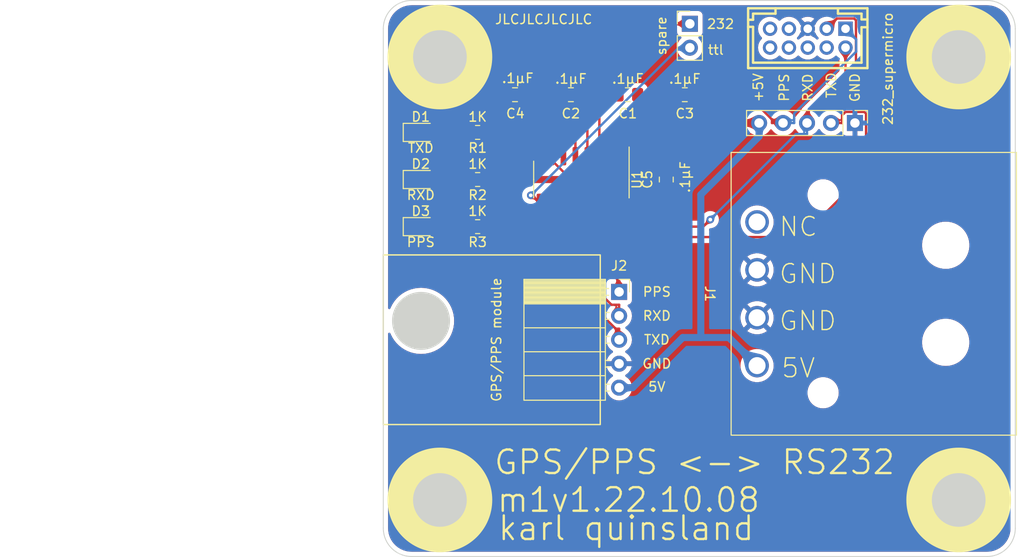
<source format=kicad_pcb>
(kicad_pcb (version 20211014) (generator pcbnew)
  (layers (0 "F.Cu" signal) (31 "B.Cu" signal) (34 "B.Paste" user) (35 "F.Paste" user) (36 "B.SilkS" user "B.Silkscreen") (37 "F.SilkS" user "F.Silkscreen") (38 "B.Mask" user) (39 "F.Mask" user) (44 "Edge.Cuts" user))
  (net 0 "")
  (net 1 "+5V")
  (net 2 "GND")
  (net 3 "ttl_txd")
  (net 4 "Net-(D1-Pad2)")
  (net 5 "ttl_rxd")
  (net 6 "Net-(D2-Pad2)")
  (net 7 "ttl_pps")
  (net 8 "Net-(D3-Pad2)")
  (net 9 "232_pps")
  (net 10 "232_rxd")
  (net 11 "232_txd")
  (net 19 "Net-(C1-Pad1)")
  (net 20 "Net-(C1-Pad2)")
  (net 21 "Net-(C2-Pad1)")
  (net 22 "Net-(C2-Pad2)")
  (net 23 "Net-(C3-Pad2)")
  (net 24 "Net-(C4-Pad1)")
  (net 25 "232_spare")
  (net 26 "ttl_spare")
  (footprint "Misc_connectors:AMP 1-480426-0 (4 pin atx molex)" (layer "F.Cu") (at 103.625 75.125 -90)
    (fp_text reference "J1")
    (fp_text value "TMP: molex")
  )
  (footprint "Resistor_SMD:R_0805_2012Metric_Pad1.20x1.40mm_HandSolder" (layer "F.Cu") (at 74 63 180)
    (fp_text reference "R2")
    (fp_text value "1K")
  )
  (footprint "Package_SO:SOIC-16_3.9x9.9mm_P1.27mm" (layer "F.Cu") (at 85 63 -90)
    (fp_text reference "U1")
    (fp_text value "ST202CDR (MAX3232 clone)" hide)
  )
  (footprint "Capacitor_SMD:C_0805_2012Metric_Pad1.18x1.45mm_HandSolder" (layer "F.Cu") (at 95.9625 54 180)
    (fp_text reference "C3")
    (fp_text value ".1μF")
  )
  (footprint "Resistor_SMD:R_0805_2012Metric_Pad1.20x1.40mm_HandSolder" (layer "F.Cu") (at 74 68 180)
    (fp_text reference "R3")
    (fp_text value "1K")
  )
  (footprint "Connector_PinHeader_2.54mm:PinHeader_1x02_P2.54mm_Vertical" (layer "F.Cu") (at 96.5 46.475)
    (fp_text reference "J5" hide)
    (fp_text value "spare" hide)
  )
  (footprint "LED_SMD:LED_0805_2012Metric_Pad1.15x1.40mm_HandSolder" (layer "F.Cu") (at 67.975 63)
    (fp_text reference "D2")
    (fp_text value "RXD")
  )
  (footprint "LED_SMD:LED_0805_2012Metric_Pad1.15x1.40mm_HandSolder" (layer "F.Cu") (at 67.975 58)
    (fp_text reference "D1")
    (fp_text value "TXD")
  )
  (footprint "Capacitor_SMD:C_0805_2012Metric_Pad1.18x1.45mm_HandSolder" (layer "F.Cu") (at 83.8875 54 180)
    (fp_text reference "C2")
    (fp_text value ".1μF")
  )
  (footprint "LED_SMD:LED_0805_2012Metric_Pad1.15x1.40mm_HandSolder" (layer "F.Cu") (at 67.975 68)
    (fp_text reference "D3")
    (fp_text value "PPS")
  )
  (footprint "Capacitor_SMD:C_0805_2012Metric_Pad1.18x1.45mm_HandSolder" (layer "F.Cu") (at 89.925 54 180)
    (fp_text reference "C1")
    (fp_text value ".1μF")
  )
  (footprint "LCSC.connectors:878311020" (layer "F.Cu") (at 109 48 180)
    (fp_text reference "J3" hide)
    (fp_text value "232_supermicro")
  )
  (footprint "Connector_PinHeader_2.54mm:PinHeader_1x05_P2.54mm_Vertical" (layer "F.Cu") (at 114 57 -90)
    (fp_text reference "J4" hide)
    (fp_text value "232_universal" hide)
  )
  (footprint "Connector_PinSocket_2.54mm:PinSocket_1x05_P2.54mm_Horizontal" (layer "F.Cu") (at 89 74.925)
    (fp_text reference "J2")
    (fp_text value "GPS/PPS module")
  )
  (footprint "Capacitor_SMD:C_0805_2012Metric_Pad1.18x1.45mm_HandSolder" (layer "F.Cu") (at 77.9625 54)
    (fp_text reference "C4")
    (fp_text value ".1μF")
  )
  (footprint "Resistor_SMD:R_0805_2012Metric_Pad1.20x1.40mm_HandSolder" (layer "F.Cu") (at 74 58 180)
    (fp_text reference "R1")
    (fp_text value "1K")
  )
  (footprint "Capacitor_SMD:C_0805_2012Metric_Pad1.18x1.45mm_HandSolder" (layer "F.Cu") (at 94 63 -90)
    (fp_text reference "C5")
    (fp_text value ".1μF")
  )
  (gr_circle (center 70 50) (end 75.5 50) (layer "F.SilkS") (width 0.1) (fill solid))
  (gr_circle (center 125 97) (end 130.5 97) (layer "F.SilkS") (width 0.1) (fill solid))
  (gr_rect (start 64 71) (end 87 89) (layer "F.SilkS") (width 0.15) (fill none))
  (gr_circle (center 125 50) (end 130.5 50) (layer "F.SilkS") (width 0.1) (fill solid))
  (gr_circle (center 70 97) (end 75.5 97) (layer "F.SilkS") (width 0.1) (fill solid))
  (gr_line (start 128 103) (end 67 103) (layer "Edge.Cuts") (width 0.1))
  (gr_arc (start 128 44) (mid 130.12132 44.87868) (end 131 47) (layer "Edge.Cuts") (width 0.1))
  (gr_arc (start 131 100) (mid 130.12132 102.12132) (end 128 103) (layer "Edge.Cuts") (width 0.1))
  (gr_line (start 64 100) (end 64 47) (layer "Edge.Cuts") (width 0.1))
  (gr_circle (center 125 97) (end 127.8 97) (layer "Edge.Cuts") (width 0.1) (fill solid))
  (gr_circle (center 68 78) (end 71 78) (layer "Edge.Cuts") (width 0.15) (fill solid))
  (gr_circle (center 70 50) (end 72.8 50) (layer "Edge.Cuts") (width 0.1) (fill solid))
  (gr_arc (start 67 103) (mid 64.87868 102.12132) (end 64 100) (layer "Edge.Cuts") (width 0.1))
  (gr_line (start 67 44) (end 128 44) (layer "Edge.Cuts") (width 0.1))
  (gr_line (start 131 47) (end 131 100) (layer "Edge.Cuts") (width 0.1))
  (gr_circle (center 70 97) (end 72.8 97) (layer "Edge.Cuts") (width 0.1) (fill solid))
  (gr_arc (start 64 47) (mid 64.87868 44.87868) (end 67 44) (layer "Edge.Cuts") (width 0.1))
  (gr_circle (center 125 50) (end 127.8 50) (layer "Edge.Cuts") (width 0.1) (fill solid))
  (gr_text "spare" (at 93.5 47.75 90) (layer "F.SilkS") (effects (font (size 1 1))))
  (gr_text "RXD" (at 109 53.25 90) (layer "F.SilkS") (effects (font (size 1 1))))
  (gr_text "GND" (at 93 82.544975) (layer "F.SilkS") (effects (font (size 1 1))))
  (gr_text "5V" (at 108 83) (layer "F.SilkS") (effects (font (size 2 2))))
  (gr_text "RXD" (at 93 77.464975) (layer "F.SilkS") (effects (font (size 1 1))))
  (gr_text "NC" (at 108 68) (layer "F.SilkS") (effects (font (size 2 2))))
  (gr_text "GND" (at 109 73) (layer "F.SilkS") (effects (font (size 2 2))))
  (gr_text "GPS/PPS <-> RS232" (at 97 93) (layer "F.SilkS") (effects (font (size 2.5 2.5) (thickness 0.25))))
  (gr_text "PPS\n" (at 93 74.924975) (layer "F.SilkS") (effects (font (size 1 1))))
  (gr_text "TXD" (at 111.5 53 90) (layer "F.SilkS") (effects (font (size 1 1))))
  (gr_text "PPS" (at 106.5 53.25 90) (layer "F.SilkS") (effects (font (size 1 1))))
  (gr_text "TXD" (at 93 79.999975) (layer "F.SilkS") (effects (font (size 1 1))))
  (gr_text "JLCJLCJLCJLC" (at 81 46) (layer "F.SilkS") (effects (font (size 1 1))))
  (gr_text "232" (at 99.75 46.5) (layer "F.SilkS") (effects (font (size 1 1))))
  (gr_text "+5V" (at 103.75 53.25 90) (layer "F.SilkS") (effects (font (size 1 1))))
  (gr_text "GND" (at 114 53.25 90) (layer "F.SilkS") (effects (font (size 1 1))))
  (gr_text "m1v1.22.10.08" (at 90 97) (layer "F.SilkS") (effects (font (size 2.5 2.5) (thickness 0.25))))
  (gr_text "GND" (at 109 78) (layer "F.SilkS") (effects (font (size 2 2))))
  (gr_text "5V" (at 93 85) (layer "F.SilkS") (effects (font (size 1 1))))
  (gr_text "ttl" (at 99.25 49.25) (layer "F.SilkS") (effects (font (size 1 1))))
  (gr_text "karl quinsland" (at 89.75 100) (layer "F.SilkS") (effects (font (size 2.5 2.5) (thickness 0.25))))
  (segment (start 100 57) (end 97 54) (width 0.75) (layer "F.Cu") (net 1))
  (segment (start 98.9625 57) (end 100 57) (width 0.75) (layer "F.Cu") (net 1))
  (segment (start 89.445 63.555) (end 90 63) (width 0.75) (layer "F.Cu") (net 1))
  (segment (start 89.445 65.475) (end 89.445 63.555) (width 0.75) (layer "F.Cu") (net 1))
  (segment (start 94 61.9625) (end 98.9625 57) (width 0.75) (layer "F.Cu") (net 1))
  (segment (start 92.9625 63) (end 90 63) (width 0.75) (layer "F.Cu") (net 1))
  (segment (start 103.84 57) (end 100 57) (width 0.75) (layer "F.Cu") (net 1))
  (segment (start 94 61.9625) (end 92.9625 63) (width 0.75) (layer "F.Cu") (net 1))
  (segment (start 88.8996 63) (end 75 63) (width 0.75) (layer "F.Cu") (net 1))
  (segment (start 75 63) (end 75 68) (width 0.75) (layer "F.Cu") (net 1))
  (segment (start 90 63) (end 89 63) (width 0.75) (layer "F.Cu") (net 1))
  (segment (start 75 58) (end 75 63) (width 0.75) (layer "F.Cu") (net 1))
  (segment (start 95.7446 79.7657) (end 97.6591 79.7657) (width 0.75) (layer "B.Cu") (net 1))
  (segment (start 89 85.085) (end 90.4253 85.085) (width 0.75) (layer "B.Cu") (net 1))
  (segment (start 97.6591 79.7657) (end 100.6457 79.7657) (width 0.75) (layer "B.Cu") (net 1))
  (segment (start 97.6591 79.7657) (end 97.6591 64.6062) (width 0.75) (layer "B.Cu") (net 1))
  (segment (start 100.6457 79.7657) (end 103.625 82.745) (width 0.75) (layer "B.Cu") (net 1))
  (segment (start 97.6591 64.6062) (end 103.84 58.4253) (width 0.75) (layer "B.Cu") (net 1))
  (segment (start 103.84 57) (end 103.84 58.4253) (width 0.75) (layer "B.Cu") (net 1))
  (segment (start 90.4253 85.085) (end 95.7446 79.7657) (width 0.75) (layer "B.Cu") (net 1))
  (segment (start 91.0375 67) (end 94 64.0375) (width 0.25) (layer "F.Cu") (net 2))
  (segment (start 88 65.3) (end 88.175 65.475) (width 0.25) (layer "F.Cu") (net 2))
  (segment (start 88.175 65.475) (end 88.175 65.851751) (width 0.25) (layer "F.Cu") (net 2))
  (segment (start 89.323249 67) (end 91.0375 67) (width 0.25) (layer "F.Cu") (net 2))
  (segment (start 88.175 65.851751) (end 89.323249 67) (width 0.25) (layer "F.Cu") (net 2))
  (segment (start 83.095 69.9464) (end 83.095 65.475) (width 0.25) (layer "F.Cu") (net 3))
  (segment (start 65.5978 68.8852) (end 66.659 69.9464) (width 0.25) (layer "F.Cu") (net 3))
  (segment (start 65.5978 59.3522) (end 65.5978 68.8852) (width 0.25) (layer "F.Cu") (net 3))
  (segment (start 83.095 73.292) (end 83.095 69.9464) (width 0.25) (layer "F.Cu") (net 3))
  (segment (start 88.6327 78.8297) (end 83.095 73.292) (width 0.25) (layer "F.Cu") (net 3))
  (segment (start 89 80.005) (end 89 78.8297) (width 0.25) (layer "F.Cu") (net 3))
  (segment (start 66.659 69.9464) (end 83.095 69.9464) (width 0.25) (layer "F.Cu") (net 3))
  (segment (start 89 78.8297) (end 88.6327 78.8297) (width 0.25) (layer "F.Cu") (net 3))
  (segment (start 66.95 58) (end 65.5978 59.3522) (width 0.25) (layer "F.Cu") (net 3))
  (segment (start 73 58) (end 69 58) (width 0.25) (layer "F.Cu") (net 4))
  (segment (start 66.0484 63.9016) (end 66.95 63) (width 0.25) (layer "F.Cu") (net 5))
  (segment (start 84.365 65.0861) (end 83.4368 64.1579) (width 0.25) (layer "F.Cu") (net 5))
  (segment (start 84.365 72.4627) (end 84.365 65.475) (width 0.25) (layer "F.Cu") (net 5))
  (segment (start 83.4368 64.1579) (end 82.7639 64.1579) (width 0.25) (layer "F.Cu") (net 5))
  (segment (start 82.7639 64.1579) (end 82.46 64.4618) (width 0.25) (layer "F.Cu") (net 5))
  (segment (start 66.8276 69.4768) (end 66.0484 68.6976) (width 0.25) (layer "F.Cu") (net 5))
  (segment (start 89 77.465) (end 89 76.2897) (width 0.25) (layer "F.Cu") (net 5))
  (segment (start 89 76.2897) (end 88.192 76.2897) (width 0.25) (layer "F.Cu") (net 5))
  (segment (start 88.192 76.2897) (end 84.365 72.4627) (width 0.25) (layer "F.Cu") (net 5))
  (segment (start 82.46 64.4618) (end 82.46 66.5574) (width 0.25) (layer "F.Cu") (net 5))
  (segment (start 66.0484 68.6976) (end 66.0484 63.9016) (width 0.25) (layer "F.Cu") (net 5))
  (segment (start 79.5406 69.4768) (end 66.8276 69.4768) (width 0.25) (layer "F.Cu") (net 5))
  (segment (start 84.365 65.475) (end 84.365 65.0861) (width 0.25) (layer "F.Cu") (net 5))
  (segment (start 82.46 66.5574) (end 79.5406 69.4768) (width 0.25) (layer "F.Cu") (net 5))
  (segment (start 69 63) (end 73 63) (width 0.25) (layer "F.Cu") (net 6))
  (segment (start 85 64.4374) (end 84.2701 63.7075) (width 0.25) (layer "F.Cu") (net 7))
  (segment (start 78.7252 69.0264) (end 67.9764 69.0264) (width 0.25) (layer "F.Cu") (net 7))
  (segment (start 81.825 65.475) (end 81.825 65.9266) (width 0.25) (layer "F.Cu") (net 7))
  (segment (start 81.825 64.3922) (end 81.825 65.475) (width 0.25) (layer "F.Cu") (net 7))
  (segment (start 67.9764 69.0264) (end 66.95 68) (width 0.25) (layer "F.Cu") (net 7))
  (segment (start 89 74.925) (end 89 73.7497) (width 0.25) (layer "F.Cu") (net 7))
  (segment (start 81.825 65.9266) (end 78.7252 69.0264) (width 0.25) (layer "F.Cu") (net 7))
  (segment (start 82.5097 63.7075) (end 81.825 64.3922) (width 0.25) (layer "F.Cu") (net 7))
  (segment (start 89 73.7497) (end 85 69.7497) (width 0.25) (layer "F.Cu") (net 7))
  (segment (start 84.2701 63.7075) (end 82.5097 63.7075) (width 0.25) (layer "F.Cu") (net 7))
  (segment (start 85 69.7497) (end 85 64.4374) (width 0.25) (layer "F.Cu") (net 7))
  (segment (start 69 68) (end 73 68) (width 0.25) (layer "F.Cu") (net 8))
  (segment (start 105.2047 56.6327) (end 101.522 52.95) (width 0.25) (layer "F.Cu") (net 9))
  (segment (start 96.0875 56.2306) (end 90.0185 62.2996) (width 0.25) (layer "F.Cu") (net 9))
  (segment (start 106.38 57) (end 105.2047 57) (width 0.25) (layer "F.Cu") (net 9))
  (segment (start 105.2047 57) (end 105.2047 56.6327) (width 0.25) (layer "F.Cu") (net 9))
  (segment (start 81.825 60.9199) (end 81.825 60.525) (width 0.25) (layer "F.Cu") (net 9))
  (segment (start 96.424327 52.95) (end 96.0875 53.286827) (width 0.25) (layer "F.Cu") (net 9))
  (segment (start 90.0185 62.2996) (end 83.2047 62.2996) (width 0.25) (layer "F.Cu") (net 9))
  (segment (start 101.522 52.95) (end 96.424327 52.95) (width 0.25) (layer "F.Cu") (net 9))
  (segment (start 83.2047 62.2996) (end 81.825 60.9199) (width 0.25) (layer "F.Cu") (net 9))
  (segment (start 96.0875 53.286827) (end 96.0875 56.2306) (width 0.25) (layer "F.Cu") (net 9))
  (segment (start 107.5553 57) (end 107.5553 56.0016) (width 0.25) (layer "B.Cu") (net 9))
  (segment (start 107.5553 56.0016) (end 114.1291 49.4278) (width 0.25) (layer "B.Cu") (net 9))
  (segment (start 114.1291 48.1291) (end 113 47) (width 0.25) (layer "B.Cu") (net 9))
  (segment (start 106.38 57) (end 107.5553 57) (width 0.25) (layer "B.Cu") (net 9))
  (segment (start 114.1291 49.4278) (end 114.1291 48.1291) (width 0.25) (layer "B.Cu") (net 9))
  (segment (start 97.92 68) (end 98.6661 67.2539) (width 0.25) (layer "F.Cu") (net 10))
  (segment (start 108.92 55.8247) (end 113 51.7447) (width 0.25) (layer "F.Cu") (net 10))
  (segment (start 86.905 66.240652) (end 88.664348 68) (width 0.25) (layer "F.Cu") (net 10))
  (segment (start 108.92 57) (end 108.92 55.8247) (width 0.25) (layer "F.Cu") (net 10))
  (segment (start 88.664348 68) (end 97.92 68) (width 0.25) (layer "F.Cu") (net 10))
  (segment (start 86.905 65.475) (end 86.905 66.240652) (width 0.25) (layer "F.Cu") (net 10))
  (segment (start 113 51.7447) (end 113 49) (width 0.25) (layer "F.Cu") (net 10))
  (via (at 98.6661 67.2539) (size 0.8) (drill 0.4) (layers "F.Cu" "B.Cu") (net 10))
  (segment (start 108.92 58.1753) (end 107.7447 58.1753) (width 0.25) (layer "B.Cu") (net 10))
  (segment (start 107.7447 58.1753) (end 98.6661 67.2539) (width 0.25) (layer "B.Cu") (net 10))
  (segment (start 108.92 57) (end 108.92 58.1753) (width 0.25) (layer "B.Cu") (net 10))
  (segment (start 113.9178 45.9126) (end 112.0874 45.9126) (width 0.25) (layer "F.Cu") (net 11))
  (segment (start 111.46 57) (end 112.6353 57) (width 0.25) (layer "F.Cu") (net 11))
  (segment (start 85.635 65.9427) (end 85.635 65.475) (width 0.25) (layer "F.Cu") (net 11))
  (segment (start 114.1091 46.1039) (end 113.9178 45.9126) (width 0.25) (layer "F.Cu") (net 11))
  (segment (start 115.1789 62.2403) (end 108.3125 69.1067) (width 0.25) (layer "F.Cu") (net 11))
  (segment (start 88.799 69.1067) (end 85.635 65.9427) (width 0.25) (layer "F.Cu") (net 11))
  (segment (start 114.1091 55.8246) (end 114.1091 46.1039) (width 0.25) (layer "F.Cu") (net 11))
  (segment (start 115.1789 56.0097) (end 115.1789 62.2403) (width 0.25) (layer "F.Cu") (net 11))
  (segment (start 114.9938 55.8246) (end 115.1789 56.0097) (width 0.25) (layer "F.Cu") (net 11))
  (segment (start 108.3125 69.1067) (end 88.799 69.1067) (width 0.25) (layer "F.Cu") (net 11))
  (segment (start 113.0027 55.8246) (end 114.1091 55.8246) (width 0.25) (layer "F.Cu") (net 11))
  (segment (start 114.1091 55.8246) (end 114.9938 55.8246) (width 0.25) (layer "F.Cu") (net 11))
  (segment (start 112.0874 45.9126) (end 111 47) (width 0.25) (layer "F.Cu") (net 11))
  (segment (start 112.6353 57) (end 112.6353 56.192) (width 0.25) (layer "F.Cu") (net 11))
  (segment (start 112.6353 56.192) (end 113.0027 55.8246) (width 0.25) (layer "F.Cu") (net 11))
  (segment (start 90.9625 59.0075) (end 89.445 60.525) (width 0.25) (layer "F.Cu") (net 19))
  (segment (start 90.9625 54) (end 90.9625 59.0075) (width 0.25) (layer "F.Cu") (net 19))
  (segment (start 86.905 55.9825) (end 86.905 60.525) (width 0.25) (layer "F.Cu") (net 20))
  (segment (start 88.8875 54) (end 86.905 55.9825) (width 0.25) (layer "F.Cu") (net 20))
  (segment (start 85.635 54.71) (end 85.635 60.525) (width 0.25) (layer "F.Cu") (net 21))
  (segment (start 84.925 54) (end 85.635 54.71) (width 0.25) (layer "F.Cu") (net 21))
  (segment (start 82.85 54) (end 84.365 55.515) (width 0.25) (layer "F.Cu") (net 22))
  (segment (start 84.365 55.515) (end 84.365 60.525) (width 0.25) (layer "F.Cu") (net 22))
  (segment (start 94.925 54) (end 94.925 56.7533) (width 0.25) (layer "F.Cu") (net 23))
  (segment (start 89.8395 61.8388) (end 89.0441 61.8388) (width 0.25) (layer "F.Cu") (net 23))
  (segment (start 88.175 60.9697) (end 88.175 60.525) (width 0.25) (layer "F.Cu") (net 23))
  (segment (start 94.925 56.7533) (end 89.8395 61.8388) (width 0.25) (layer "F.Cu") (net 23))
  (segment (start 89.0441 61.8388) (end 88.175 60.9697) (width 0.25) (layer "F.Cu") (net 23))
  (segment (start 76.925 54) (end 76.9508 54) (width 0.25) (layer "F.Cu") (net 24))
  (segment (start 83.095 60.1442) (end 83.095 60.525) (width 0.25) (layer "F.Cu") (net 24))
  (segment (start 76.9508 54) (end 83.095 60.1442) (width 0.25) (layer "F.Cu") (net 24))
  (segment (start 96.5 46.475) (end 82.7572 46.475) (width 0.25) (layer "F.Cu") (net 25))
  (segment (start 76.0054 55.9754) (end 80.555 60.525) (width 0.25) (layer "F.Cu") (net 25))
  (segment (start 76.0054 53.2268) (end 76.0054 55.9754) (width 0.25) (layer "F.Cu") (net 25))
  (segment (start 82.7572 46.475) (end 76.0054 53.2268) (width 0.25) (layer "F.Cu") (net 25))
  (segment (start 79.6288 64.675) (end 79.755 64.675) (width 0.25) (layer "F.Cu") (net 26))
  (segment (start 79.755 64.675) (end 80.555 65.475) (width 0.25) (layer "F.Cu") (net 26))
  (via (at 79.6288 64.675) (size 0.8) (drill 0.4) (layers "F.Cu" "B.Cu") (net 26))
  (segment (start 79.6647 64.675) (end 79.6288 64.675) (width 0.25) (layer "B.Cu") (net 26))
  (segment (start 96.5 49.015) (end 95.3247 49.015) (width 0.25) (layer "B.Cu") (net 26))
  (segment (start 95.3247 49.015) (end 79.6647 64.675) (width 0.25) (layer "B.Cu") (net 26))
  (zone (net 5) (net_name "ttl_rxd") (layer "F.Cu") (priority 16962) (connect_pads yes (clearance 0)) (min_thickness 0.0254) (fill yes (thermal_gap 0.508) (thermal_bridge_width 0.508))
    (polygon (pts (xy 84.127342 65.025219) (xy 84.155547 65.058471) (xy 84.17307 65.090452) (xy 84.181294 65.121524) (xy 84.181608 65.152054) (xy 84.175397 65.182405) (xy 84.164048 65.212941) (xy 84.148947 65.244028) (xy 84.131481 65.276029) (xy 84.113037 65.30931) (xy 84.095 65.344234) (xy 84.365 65.625) (xy 84.577132 65.262868) (xy 84.538897 65.220674) (xy 84.509756 65.180785) (xy 84.48721 65.142401) (xy 84.468759 65.104718) (xy 84.451904 65.066934) (xy 84.434148 65.028248) (xy 84.41299 64.987858) (xy 84.385931 64.944961) (xy 84.350474 64.898757) (xy 84.304119 64.848442)))
  )
  (zone (net 11) (net_name "232_txd") (layer "F.Cu") (priority 16962) (connect_pads yes (clearance 0)) (min_thickness 0.0254) (fill yes (thermal_gap 0.508) (thermal_bridge_width 0.508))
    (polygon (pts (xy 85.816938 65.947861) (xy 85.787332 65.911489) (xy 85.772014 65.876968) (xy 85.768825 65.843784) (xy 85.77561 65.811422) (xy 85.790213 65.77937) (xy 85.810476 65.747113) (xy 85.834242 65.714138) (xy 85.859356 65.679931) (xy 85.883661 65.643978) (xy 85.905 65.605766) (xy 85.635 65.325) (xy 85.422868 65.687132) (xy 85.459062 65.729492) (xy 85.483837 65.771003) (xy 85.500269 65.812099) (xy 85.511434 65.853213) (xy 85.520411 65.894782) (xy 85.530276 65.937238) (xy 85.544107 65.981018) (xy 85.564979 66.026554) (xy 85.595972 66.074283) (xy 85.640161 66.124638)))
  )
  (zone (net 11) (net_name "232_txd") (layer "F.Cu") (priority 16962) (connect_pads yes (clearance 0)) (min_thickness 0.0254) (fill yes (thermal_gap 0.508) (thermal_bridge_width 0.508))
    (polygon (pts (xy 111.987829 45.835395) (xy 111.854926 45.955727) (xy 111.733012 46.041994) (xy 111.618726 46.100649) (xy 111.508706 46.138144) (xy 111.399591 46.160936) (xy 111.288019 46.175476) (xy 111.170629 46.188219) (xy 111.04406 46.20562) (xy 110.90495 46.234131) (xy 110.749939 46.280207) (xy 110.730624 47.269414) (xy 111.71983 47.250053) (xy 111.765898 47.095041) (xy 111.794402 46.955931) (xy 111.811798 46.829362) (xy 111.824537 46.711973) (xy 111.839074 46.600401) (xy 111.861863 46.491287) (xy 111.899356 46.381268) (xy 111.958009 46.266983) (xy 112.044274 46.145071) (xy 112.164605 46.012171)))
  )
  (zone (net 10) (net_name "232_rxd") (layer "F.Cu") (priority 16962) (connect_pads yes (clearance 0)) (min_thickness 0.0254) (fill yes (thermal_gap 0.508) (thermal_bridge_width 0.508))
    (polygon (pts (xy 98.195875 67.900902) (xy 98.26215 67.839246) (xy 98.322362 67.792315) (xy 98.378275 67.757483) (xy 98.43165 67.732122) (xy 98.484253 67.713606) (xy 98.537845 67.699307) (xy 98.594189 67.686599) (xy 98.655049 67.672853) (xy 98.722188 67.655445) (xy 98.79737 67.631746) (xy 98.807521 67.112479) (xy 98.288254 67.12263) (xy 98.264554 67.197811) (xy 98.247146 67.26495) (xy 98.2334 67.32581) (xy 98.220692 67.382154) (xy 98.206393 67.435746) (xy 98.187877 67.488349) (xy 98.162516 67.541724) (xy 98.127684 67.597637) (xy 98.080753 67.657849) (xy 98.019098 67.724125)))
  )
  (zone (net 4) (net_name "Net-(D1-Pad2)") (layer "F.Cu") (priority 16962) (connect_pads yes (clearance 0)) (min_thickness 0.0254) (fill yes (thermal_gap 0.508) (thermal_bridge_width 0.508))
    (polygon (pts (xy 71.81 58.125) (xy 71.948766 58.131391) (xy 72.063438 58.149569) (xy 72.159226 58.17804) (xy 72.241337 58.215308) (xy 72.31498 58.259881) (xy 72.385363 58.310263) (xy 72.457694 58.36496) (xy 72.537183 58.422478) (xy 72.629038 58.481323) (xy 72.738467 58.54) (xy 73.3 58) (xy 72.738467 57.46) (xy 72.629038 57.518676) (xy 72.537183 57.577521) (xy 72.457694 57.635039) (xy 72.385363 57.689736) (xy 72.31498 57.740118) (xy 72.241337 57.784691) (xy 72.159226 57.821959) (xy 72.063438 57.85043) (xy 71.948766 57.868608) (xy 71.81 57.875)))
  )
  (zone (net 21) (net_name "Net-(C2-Pad1)") (layer "F.Cu") (priority 16962) (connect_pads yes (clearance 0)) (min_thickness 0.0254) (fill yes (thermal_gap 0.508) (thermal_bridge_width 0.508))
    (polygon (pts (xy 85.76 54.883408) (xy 85.753069 54.758017) (xy 85.734259 54.65383) (xy 85.706539 54.565983) (xy 85.672879 54.489612) (xy 85.636249 54.419852) (xy 85.599619 54.351841) (xy 85.565959 54.280714) (xy 85.538239 54.201607) (xy 85.519429 54.109657) (xy 85.512499 54) (xy 84.717288 53.792288) (xy 84.732197 54.554962) (xy 84.838568 54.582149) (xy 84.946765 54.595035) (xy 85.053722 54.599454) (xy 85.15637 54.601241) (xy 85.251642 54.60623) (xy 85.336471 54.620255) (xy 85.407788 54.649152) (xy 85.462527 54.698753) (xy 85.49762 54.774893) (xy 85.51 54.883408)))
  )
  (zone (net 11) (net_name "232_txd") (layer "F.Cu") (priority 16962) (connect_pads yes (clearance 0)) (min_thickness 0.0254) (fill yes (thermal_gap 0.508) (thermal_bridge_width 0.508))
    (polygon (pts (xy 112.5103 56.4753) (xy 112.498999 56.55992) (xy 112.467097 56.60206) (xy 112.417597 56.608596) (xy 112.3535 56.586404) (xy 112.277809 56.542359) (xy 112.193525 56.483338) (xy 112.103651 56.416215) (xy 112.011188 56.347867) (xy 111.919139 56.28517) (xy 111.830506 56.235) (xy 111.035 57) (xy 112.31 57) (xy 112.322608 56.920482) (xy 112.356831 56.861429) (xy 112.407264 56.817418) (xy 112.468505 56.783032) (xy 112.53515 56.752849) (xy 112.601794 56.72145) (xy 112.663035 56.683416) (xy 112.713468 56.633326) (xy 112.747691 56.56576) (xy 112.7603 56.4753)))
  )
  (zone (net 1) (net_name "+5V") (layer "F.Cu") (priority 16962) (connect_pads yes (clearance 0)) (min_thickness 0.0254) (fill yes (thermal_gap 0.508) (thermal_bridge_width 0.508))
    (polygon (pts (xy 76.19 62.625) (xy 76.057828 62.624449) (xy 75.942255 62.622308) (xy 75.840332 62.617845) (xy 75.749112 62.610326) (xy 75.665649 62.599019) (xy 75.586995 62.58319) (xy 75.510203 62.562106) (xy 75.432327 62.535035) (xy 75.350419 62.501244) (xy 75.261533 62.46) (xy 74.7 63) (xy 75.261533 63.54) (xy 75.350419 63.498755) (xy 75.432327 63.464964) (xy 75.510203 63.437893) (xy 75.586995 63.416809) (xy 75.665649 63.40098) (xy 75.749112 63.389673) (xy 75.840332 63.382154) (xy 75.942255 63.377691) (xy 76.057828 63.37555) (xy 76.19 63.375)))
  )
  (zone (net 23) (net_name "Net-(C3-Pad2)") (layer "F.Cu") (priority 16962) (connect_pads yes (clearance 0)) (min_thickness 0.0254) (fill yes (thermal_gap 0.508) (thermal_bridge_width 0.508))
    (polygon (pts (xy 95.05 55.1675) (xy 95.056184 55.031437) (xy 95.073782 54.918912) (xy 95.101364 54.824842) (xy 95.137498 54.744144) (xy 95.180752 54.671733) (xy 95.229697 54.602527) (xy 95.2829 54.531443) (xy 95.338931 54.453396) (xy 95.396357 54.363305) (xy 95.45375 54.256085) (xy 94.925 53.70625) (xy 94.39625 54.256085) (xy 94.453642 54.363305) (xy 94.511068 54.453396) (xy 94.567099 54.531443) (xy 94.620302 54.602527) (xy 94.669247 54.671733) (xy 94.712501 54.744144) (xy 94.748635 54.824842) (xy 94.776217 54.918912) (xy 94.793815 55.031437) (xy 94.8 55.1675)))
  )
  (zone (net 8) (net_name "Net-(D3-Pad2)") (layer "F.Cu") (priority 16962) (connect_pads yes (clearance 0)) (min_thickness 0.0254) (fill yes (thermal_gap 0.508) (thermal_bridge_width 0.508))
    (polygon (pts (xy 71.81 68.125) (xy 71.948766 68.131391) (xy 72.063438 68.149569) (xy 72.159226 68.17804) (xy 72.241337 68.215308) (xy 72.31498 68.259881) (xy 72.385363 68.310263) (xy 72.457694 68.36496) (xy 72.537183 68.422478) (xy 72.629038 68.481323) (xy 72.738467 68.54) (xy 73.3 68) (xy 72.738467 67.46) (xy 72.629038 67.518676) (xy 72.537183 67.577521) (xy 72.457694 67.635039) (xy 72.385363 67.689736) (xy 72.31498 67.740118) (xy 72.241337 67.784691) (xy 72.159226 67.821959) (xy 72.063438 67.85043) (xy 71.948766 67.868608) (xy 71.81 67.875)))
  )
  (zone (net 23) (net_name "Net-(C3-Pad2)") (layer "F.Cu") (priority 16962) (connect_pads yes (clearance 0)) (min_thickness 0.0254) (fill yes (thermal_gap 0.508) (thermal_bridge_width 0.508))
    (polygon (pts (xy 88.373202 60.991125) (xy 88.344075 60.955722) (xy 88.328161 60.921962) (xy 88.323532 60.889382) (xy 88.328256 60.857524) (xy 88.340406 60.825928) (xy 88.358051 60.794132) (xy 88.379262 60.761679) (xy 88.40211 60.728106) (xy 88.424666 60.692955) (xy 88.445 60.655766) (xy 88.175 60.375) (xy 87.962868 60.737132) (xy 87.999611 60.779397) (xy 88.025648 60.820422) (xy 88.043876 60.860738) (xy 88.057197 60.90088) (xy 88.068509 60.941379) (xy 88.080712 60.98277) (xy 88.096705 61.025584) (xy 88.119389 61.070356) (xy 88.151662 61.117617) (xy 88.196425 61.167902)))
  )
  (zone (net 7) (net_name "ttl_pps") (layer "F.Cu") (priority 16962) (connect_pads yes (clearance 0)) (min_thickness 0.0254) (fill yes (thermal_gap 0.508) (thermal_bridge_width 0.508))
    (polygon (pts (xy 67.848024 68.721248) (xy 67.75795 68.622721) (xy 67.691936 68.532638) (xy 67.645507 68.448461) (xy 67.614191 68.367649) (xy 67.593515 68.287665) (xy 67.579004 68.205969) (xy 67.566186 68.120024) (xy 67.550587 68.027289) (xy 67.527734 67.925227) (xy 67.493154 67.8113) (xy 66.746707 67.796707) (xy 66.7613 68.543154) (xy 66.875227 68.577734) (xy 66.977289 68.600587) (xy 67.070024 68.616186) (xy 67.155969 68.629004) (xy 67.237665 68.643515) (xy 67.317649 68.664191) (xy 67.398461 68.695507) (xy 67.482638 68.741936) (xy 67.572721 68.80795) (xy 67.671248 68.898024)))
  )
  (zone (net 22) (net_name "Net-(C2-Pad2)") (layer "F.Cu") (priority 16962) (connect_pads yes (clearance 0)) (min_thickness 0.0254) (fill yes (thermal_gap 0.508) (thermal_bridge_width 0.508))
    (polygon (pts (xy 84.24 59.935) (xy 84.238288 60.001522) (xy 84.233268 60.057986) (xy 84.225116 60.106446) (xy 84.214005 60.148958) (xy 84.200111 60.187578) (xy 84.183608 60.22436) (xy 84.164671 60.261362) (xy 84.143474 60.300638) (xy 84.120192 60.344243) (xy 84.095 60.394234) (xy 84.365 60.675) (xy 84.635 60.394234) (xy 84.609807 60.344243) (xy 84.586525 60.300638) (xy 84.565328 60.261362) (xy 84.546391 60.22436) (xy 84.529888 60.187578) (xy 84.515994 60.148958) (xy 84.504883 60.106446) (xy 84.496731 60.057986) (xy 84.491711 60.001522) (xy 84.49 59.935)))
  )
  (zone (net 8) (net_name "Net-(D3-Pad2)") (layer "F.Cu") (priority 16962) (connect_pads yes (clearance 0)) (min_thickness 0.0254) (fill yes (thermal_gap 0.508) (thermal_bridge_width 0.508))
    (polygon (pts (xy 70.145 67.875) (xy 70.011639 67.869023) (xy 69.901261 67.852004) (xy 69.808909 67.825311) (xy 69.729622 67.790312) (xy 69.658444 67.748375) (xy 69.590416 67.700868) (xy 69.520579 67.649159) (xy 69.443976 67.594616) (xy 69.355647 67.538607) (xy 69.250636 67.4825) (xy 68.7125 68) (xy 69.250636 68.5175) (xy 69.355647 68.461392) (xy 69.443976 68.405383) (xy 69.520579 68.35084) (xy 69.590416 68.299131) (xy 69.658444 68.251624) (xy 69.729622 68.209687) (xy 69.808909 68.174688) (xy 69.901261 68.147995) (xy 70.011639 68.130976) (xy 70.145 68.125)))
  )
  (zone (net 21) (net_name "Net-(C2-Pad1)") (layer "F.Cu") (priority 16962) (connect_pads yes (clearance 0)) (min_thickness 0.0254) (fill yes (thermal_gap 0.508) (thermal_bridge_width 0.508))
    (polygon (pts (xy 85.51 59.935) (xy 85.508288 60.001522) (xy 85.503268 60.057986) (xy 85.495116 60.106446) (xy 85.484005 60.148958) (xy 85.470111 60.187578) (xy 85.453608 60.22436) (xy 85.434671 60.261362) (xy 85.413474 60.300638) (xy 85.390192 60.344243) (xy 85.365 60.394234) (xy 85.635 60.675) (xy 85.905 60.394234) (xy 85.879807 60.344243) (xy 85.856525 60.300638) (xy 85.835328 60.261362) (xy 85.816391 60.22436) (xy 85.799888 60.187578) (xy 85.785994 60.148958) (xy 85.774883 60.106446) (xy 85.766731 60.057986) (xy 85.761711 60.001522) (xy 85.76 59.935)))
  )
  (zone (net 3) (net_name "ttl_txd") (layer "F.Cu") (priority 16962) (connect_pads yes (clearance 0)) (min_thickness 0.0254) (fill yes (thermal_gap 0.508) (thermal_bridge_width 0.508))
    (polygon (pts (xy 88.433014 78.80679) (xy 88.505008 78.893955) (xy 88.543683 78.975959) (xy 88.553884 79.054372) (xy 88.540456 79.130762) (xy 88.508244 79.206699) (xy 88.462093 79.283751) (xy 88.406848 79.363487) (xy 88.347354 79.447477) (xy 88.288456 79.537289) (xy 88.235 79.634494) (xy 89 80.43) (xy 89.60104 79.40396) (xy 89.489912 79.298916) (xy 89.389914 79.215433) (xy 89.297872 79.147729) (xy 89.210613 79.090024) (xy 89.124963 79.036535) (xy 89.03775 78.981483) (xy 88.945799 78.919085) (xy 88.845937 78.843562) (xy 88.734992 78.749132) (xy 88.60979 78.630014)))
  )
  (zone (net 20) (net_name "Net-(C1-Pad2)") (layer "F.Cu") (priority 16962) (connect_pads yes (clearance 0)) (min_thickness 0.0254) (fill yes (thermal_gap 0.508) (thermal_bridge_width 0.508))
    (polygon (pts (xy 86.78 59.935) (xy 86.778288 60.001522) (xy 86.773268 60.057986) (xy 86.765116 60.106446) (xy 86.754005 60.148958) (xy 86.740111 60.187578) (xy 86.723608 60.22436) (xy 86.704671 60.261362) (xy 86.683474 60.300638) (xy 86.660192 60.344243) (xy 86.635 60.394234) (xy 86.905 60.675) (xy 87.175 60.394234) (xy 87.149807 60.344243) (xy 87.126525 60.300638) (xy 87.105328 60.261362) (xy 87.086391 60.22436) (xy 87.069888 60.187578) (xy 87.055994 60.148958) (xy 87.044883 60.106446) (xy 87.036731 60.057986) (xy 87.031711 60.001522) (xy 87.03 59.935)))
  )
  (zone (net 5) (net_name "ttl_rxd") (layer "F.Cu") (priority 16962) (connect_pads yes (clearance 0)) (min_thickness 0.0254) (fill yes (thermal_gap 0.508) (thermal_bridge_width 0.508))
    (polygon (pts (xy 84.49 66.065) (xy 84.491711 65.998477) (xy 84.496731 65.942013) (xy 84.504883 65.893553) (xy 84.515994 65.851041) (xy 84.529888 65.812421) (xy 84.546391 65.775639) (xy 84.565328 65.738637) (xy 84.586525 65.699361) (xy 84.609807 65.655756) (xy 84.635 65.605766) (xy 84.365 65.325) (xy 84.095 65.605766) (xy 84.120192 65.655756) (xy 84.143474 65.699361) (xy 84.164671 65.738637) (xy 84.183608 65.775639) (xy 84.200111 65.812421) (xy 84.214005 65.851041) (xy 84.225116 65.893553) (xy 84.233268 65.942013) (xy 84.238288 65.998477) (xy 84.24 66.065)))
  )
  (zone (net 6) (net_name "Net-(D2-Pad2)") (layer "F.Cu") (priority 16962) (connect_pads yes (clearance 0)) (min_thickness 0.0254) (fill yes (thermal_gap 0.508) (thermal_bridge_width 0.508))
    (polygon (pts (xy 70.145 62.875) (xy 70.011639 62.869023) (xy 69.901261 62.852004) (xy 69.808909 62.825311) (xy 69.729622 62.790312) (xy 69.658444 62.748375) (xy 69.590416 62.700868) (xy 69.520579 62.649159) (xy 69.443976 62.594616) (xy 69.355647 62.538607) (xy 69.250636 62.4825) (xy 68.7125 63) (xy 69.250636 63.5175) (xy 69.355647 63.461392) (xy 69.443976 63.405383) (xy 69.520579 63.35084) (xy 69.590416 63.299131) (xy 69.658444 63.251624) (xy 69.729622 63.209687) (xy 69.808909 63.174688) (xy 69.901261 63.147995) (xy 70.011639 63.130976) (xy 70.145 63.125)))
  )
  (zone (net 5) (net_name "ttl_rxd") (layer "F.Cu") (priority 16962) (connect_pads yes (clearance 0)) (min_thickness 0.0254) (fill yes (thermal_gap 0.508) (thermal_bridge_width 0.508))
    (polygon (pts (xy 88.4753 76.4147) (xy 88.55992 76.426) (xy 88.60206 76.457902) (xy 88.608596 76.507402) (xy 88.586404 76.571499) (xy 88.542359 76.64719) (xy 88.483338 76.731474) (xy 88.416215 76.821348) (xy 88.347867 76.913811) (xy 88.28517 77.00586) (xy 88.235 77.094494) (xy 89 77.89) (xy 89 76.615) (xy 88.920482 76.602391) (xy 88.861429 76.568168) (xy 88.817418 76.517735) (xy 88.783032 76.456494) (xy 88.752849 76.38985) (xy 88.72145 76.323205) (xy 88.683416 76.261964) (xy 88.633326 76.211531) (xy 88.56576 76.177308) (xy 88.4753 76.1647)))
  )
  (zone (net 1) (net_name "+5V") (layer "F.Cu") (priority 16962) (connect_pads yes (clearance 0)) (min_thickness 0.0254) (fill yes (thermal_gap 0.508) (thermal_bridge_width 0.508))
    (polygon (pts (xy 74.625 61.81) (xy 74.624449 61.942171) (xy 74.622308 62.057744) (xy 74.617845 62.159667) (xy 74.610326 62.250887) (xy 74.599019 62.33435) (xy 74.58319 62.413004) (xy 74.562106 62.489796) (xy 74.535035 62.567672) (xy 74.501244 62.64958) (xy 74.46 62.738467) (xy 75 63.3) (xy 75.54 62.738467) (xy 75.498755 62.64958) (xy 75.464964 62.567672) (xy 75.437893 62.489796) (xy 75.416809 62.413004) (xy 75.40098 62.33435) (xy 75.389673 62.250887) (xy 75.382154 62.159667) (xy 75.377691 62.057744) (xy 75.37555 61.942171) (xy 75.375 61.81)))
  )
  (zone (net 10) (net_name "232_rxd") (layer "F.Cu") (priority 16962) (connect_pads yes (clearance 0)) (min_thickness 0.0254) (fill yes (thermal_gap 0.508) (thermal_bridge_width 0.508))
    (polygon (pts (xy 109.20263 55.365293) (xy 109.072512 55.49961) (xy 108.966846 55.616675) (xy 108.879942 55.72038) (xy 108.806108 55.814613) (xy 108.739656 55.903265) (xy 108.674895 55.990226) (xy 108.606134 56.079385) (xy 108.527685 56.174634) (xy 108.433857 56.279862) (xy 108.31896 56.39896) (xy 108.92 57.425) (xy 109.685 56.629494) (xy 109.612852 56.500793) (xy 109.53143 56.382438) (xy 109.447677 56.27221) (xy 109.368536 56.167895) (xy 109.300951 56.067276) (xy 109.251867 55.968138) (xy 109.228226 55.868264) (xy 109.236973 55.765439) (xy 109.285052 55.657446) (xy 109.379407 55.54207)))
  )
  (zone (net 20) (net_name "Net-(C1-Pad2)") (layer "F.Cu") (priority 16962) (connect_pads yes (clearance 0)) (min_thickness 0.0254) (fill yes (thermal_gap 0.508) (thermal_bridge_width 0.508))
    (polygon (pts (xy 88.150343 54.913934) (xy 88.250926 54.822096) (xy 88.342937 54.754973) (xy 88.428957 54.707959) (xy 88.51157 54.676447) (xy 88.593358 54.655831) (xy 88.676902 54.641504) (xy 88.764787 54.62886) (xy 88.859593 54.613293) (xy 88.963904 54.590195) (xy 89.080303 54.554962) (xy 89.095212 53.792288) (xy 88.332538 53.807197) (xy 88.297304 53.923595) (xy 88.274206 54.027906) (xy 88.258639 54.122712) (xy 88.245995 54.210597) (xy 88.231668 54.294141) (xy 88.211052 54.375929) (xy 88.17954 54.458542) (xy 88.132526 54.544562) (xy 88.065403 54.636573) (xy 87.973566 54.737157)))
  )
  (zone (net 1) (net_name "+5V") (layer "F.Cu") (priority 16962) (connect_pads yes (clearance 0)) (min_thickness 0.0254) (fill yes (thermal_gap 0.508) (thermal_bridge_width 0.508))
    (polygon (pts (xy 102.15 57.375) (xy 102.340394 57.379272) (xy 102.502601 57.391923) (xy 102.64232 57.412705) (xy 102.765251 57.44137) (xy 102.877094 57.47767) (xy 102.98355 57.521355) (xy 103.090318 57.572179) (xy 103.203097 57.629894) (xy 103.327589 57.69425) (xy 103.469494 57.765) (xy 104.265 57) (xy 103.469494 56.235) (xy 103.327589 56.305749) (xy 103.203097 56.370105) (xy 103.090318 56.42782) (xy 102.98355 56.478644) (xy 102.877094 56.522329) (xy 102.765251 56.558629) (xy 102.64232 56.587294) (xy 102.502601 56.608076) (xy 102.340394 56.620727) (xy 102.15 56.625)))
  )
  (zone (net 5) (net_name "ttl_rxd") (layer "F.Cu") (priority 16962) (connect_pads yes (clearance 0)) (min_thickness 0.0254) (fill yes (thermal_gap 0.508) (thermal_bridge_width 0.508))
    (polygon (pts (xy 66.228752 63.898024) (xy 66.327278 63.80795) (xy 66.417361 63.741936) (xy 66.501538 63.695507) (xy 66.58235 63.664191) (xy 66.662334 63.643515) (xy 66.74403 63.629004) (xy 66.829975 63.616186) (xy 66.92271 63.600587) (xy 67.024772 63.577734) (xy 67.1387 63.543154) (xy 67.153293 62.796707) (xy 66.406846 62.8113) (xy 66.372265 62.925227) (xy 66.349412 63.027289) (xy 66.333813 63.120024) (xy 66.320995 63.205969) (xy 66.306484 63.287665) (xy 66.285808 63.367649) (xy 66.254492 63.448461) (xy 66.208063 63.532638) (xy 66.142049 63.622721) (xy 66.051976 63.721248)))
  )
  (zone (net 24) (net_name "Net-(C4-Pad1)") (layer "F.Cu") (priority 16962) (connect_pads yes (clearance 0)) (min_thickness 0.0254) (fill yes (thermal_gap 0.508) (thermal_bridge_width 0.508))
    (polygon (pts (xy 77.857663 54.730086) (xy 77.763952 54.627707) (xy 77.695081 54.534211) (xy 77.646344 54.446966) (xy 77.613035 54.363337) (xy 77.590451 54.280693) (xy 77.573886 54.196401) (xy 77.558636 54.107827) (xy 77.539994 54.012339) (xy 77.513257 53.907303) (xy 77.473719 53.790087) (xy 76.710949 53.798826) (xy 76.749493 54.560672) (xy 76.866666 54.592364) (xy 76.971573 54.612703) (xy 77.06681 54.62619) (xy 77.154975 54.637326) (xy 77.238664 54.650614) (xy 77.320476 54.670553) (xy 77.403006 54.701646) (xy 77.488853 54.748395) (xy 77.580614 54.815299) (xy 77.680886 54.906863)))
  )
  (zone (net 7) (net_name "ttl_pps") (layer "F.Cu") (priority 16962) (connect_pads yes (clearance 0)) (min_thickness 0.0254) (fill yes (thermal_gap 0.508) (thermal_bridge_width 0.508))
    (polygon (pts (xy 81.808454 66.119922) (xy 81.853039 66.069621) (xy 81.884926 66.022222) (xy 81.907066 65.97722) (xy 81.922413 65.934114) (xy 81.933918 65.892401) (xy 81.944532 65.851578) (xy 81.957209 65.811142) (xy 81.9749 65.770591) (xy 82.000557 65.729422) (xy 82.037132 65.687132) (xy 81.825 65.325) (xy 81.555 65.605766) (xy 81.575631 65.643257) (xy 81.598709 65.678647) (xy 81.622234 65.712411) (xy 81.64421 65.745023) (xy 81.662639 65.77696) (xy 81.675524 65.808697) (xy 81.680868 65.840708) (xy 81.676673 65.87347) (xy 81.660942 65.907457) (xy 81.631678 65.943146)))
  )
  (zone (net 4) (net_name "Net-(D1-Pad2)") (layer "F.Cu") (priority 16962) (connect_pads yes (clearance 0)) (min_thickness 0.0254) (fill yes (thermal_gap 0.508) (thermal_bridge_width 0.508))
    (polygon (pts (xy 70.145 57.875) (xy 70.011639 57.869023) (xy 69.901261 57.852004) (xy 69.808909 57.825311) (xy 69.729622 57.790312) (xy 69.658444 57.748375) (xy 69.590416 57.700868) (xy 69.520579 57.649159) (xy 69.443976 57.594616) (xy 69.355647 57.538607) (xy 69.250636 57.4825) (xy 68.7125 58) (xy 69.250636 58.5175) (xy 69.355647 58.461392) (xy 69.443976 58.405383) (xy 69.520579 58.35084) (xy 69.590416 58.299131) (xy 69.658444 58.251624) (xy 69.729622 58.209687) (xy 69.808909 58.174688) (xy 69.901261 58.147995) (xy 70.011639 58.130976) (xy 70.145 58.125)))
  )
  (zone (net 9) (net_name "232_pps") (layer "F.Cu") (priority 16962) (connect_pads yes (clearance 0)) (min_thickness 0.0254) (fill yes (thermal_gap 0.508) (thermal_bridge_width 0.508))
    (polygon (pts (xy 105.005014 56.60979) (xy 105.124132 56.734992) (xy 105.218562 56.845937) (xy 105.294085 56.945799) (xy 105.356483 57.03775) (xy 105.411535 57.124963) (xy 105.465024 57.210613) (xy 105.522729 57.297872) (xy 105.590433 57.389914) (xy 105.673916 57.489912) (xy 105.77896 57.60104) (xy 106.805 57) (xy 106.009494 56.235) (xy 105.912289 56.288456) (xy 105.822477 56.347354) (xy 105.738487 56.406848) (xy 105.658751 56.462093) (xy 105.581699 56.508244) (xy 105.505762 56.540456) (xy 105.429372 56.553884) (xy 105.350959 56.543683) (xy 105.268955 56.505008) (xy 105.18179 56.433014)))
  )
  (zone (net 1) (net_name "+5V") (layer "F.Cu") (priority 16962) (connect_pads yes (clearance 0)) (min_thickness 0.0254) (fill yes (thermal_gap 0.508) (thermal_bridge_width 0.508))
    (polygon (pts (xy 94.560381 60.871789) (xy 94.46841 60.963236) (xy 94.386886 61.042458) (xy 94.313277 61.110883) (xy 94.245055 61.16994) (xy 94.17969 61.221058) (xy 94.114653 61.265663) (xy 94.047414 61.305186) (xy 93.975445 61.341053) (xy 93.896216 61.374694) (xy 93.807197 61.407538) (xy 93.792288 62.170212) (xy 94.554962 62.155303) (xy 94.587805 62.066283) (xy 94.621446 61.987054) (xy 94.657313 61.915085) (xy 94.696836 61.847846) (xy 94.741441 61.782809) (xy 94.792559 61.717444) (xy 94.851616 61.649222) (xy 94.920041 61.575613) (xy 94.999263 61.494089) (xy 95.090711 61.402119)))
  )
  (zone (net 2) (net_name "GND") (layers F&B.Cu) (connect_pads (clearance 0.508)) (min_thickness 0.254) (fill yes (thermal_gap 0.508) (thermal_bridge_width 0.508))
    (polygon (pts (xy 131 103) (xy 64 103) (xy 64 44) (xy 131 44)))
  )
  (zone (net 1) (net_name "+5V") (layer "F.Cu") (priority 16962) (connect_pads yes (clearance 0)) (min_thickness 0.0254) (fill yes (thermal_gap 0.508) (thermal_bridge_width 0.508))
    (polygon (pts (xy 74.625 66.81) (xy 74.624449 66.942171) (xy 74.622308 67.057744) (xy 74.617845 67.159667) (xy 74.610326 67.250887) (xy 74.599019 67.33435) (xy 74.58319 67.413004) (xy 74.562106 67.489796) (xy 74.535035 67.567672) (xy 74.501244 67.64958) (xy 74.46 67.738467) (xy 75 68.3) (xy 75.54 67.738467) (xy 75.498755 67.64958) (xy 75.464964 67.567672) (xy 75.437893 67.489796) (xy 75.416809 67.413004) (xy 75.40098 67.33435) (xy 75.389673 67.250887) (xy 75.382154 67.159667) (xy 75.377691 67.057744) (xy 75.37555 66.942171) (xy 75.375 66.81)))
  )
  (zone (net 6) (net_name "Net-(D2-Pad2)") (layer "F.Cu") (priority 16962) (connect_pads yes (clearance 0)) (min_thickness 0.0254) (fill yes (thermal_gap 0.508) (thermal_bridge_width 0.508))
    (polygon (pts (xy 71.81 63.125) (xy 71.948766 63.131391) (xy 72.063438 63.149569) (xy 72.159226 63.17804) (xy 72.241337 63.215308) (xy 72.31498 63.259881) (xy 72.385363 63.310263) (xy 72.457694 63.36496) (xy 72.537183 63.422478) (xy 72.629038 63.481323) (xy 72.738467 63.54) (xy 73.3 63) (xy 72.738467 62.46) (xy 72.629038 62.518676) (xy 72.537183 62.577521) (xy 72.457694 62.635039) (xy 72.385363 62.689736) (xy 72.31498 62.740118) (xy 72.241337 62.784691) (xy 72.159226 62.821959) (xy 72.063438 62.85043) (xy 71.948766 62.868608) (xy 71.81 62.875)))
  )
  (zone (net 1) (net_name "+5V") (layer "F.Cu") (priority 16962) (connect_pads yes (clearance 0)) (min_thickness 0.0254) (fill yes (thermal_gap 0.508) (thermal_bridge_width 0.508))
    (polygon (pts (xy 75.375 59.19) (xy 75.37555 59.057828) (xy 75.377691 58.942255) (xy 75.382154 58.840332) (xy 75.389673 58.749112) (xy 75.40098 58.665649) (xy 75.416809 58.586995) (xy 75.437893 58.510203) (xy 75.464964 58.432327) (xy 75.498755 58.350419) (xy 75.54 58.261533) (xy 75 57.7) (xy 74.46 58.261533) (xy 74.501244 58.350419) (xy 74.535035 58.432327) (xy 74.562106 58.510203) (xy 74.58319 58.586995) (xy 74.599019 58.665649) (xy 74.610326 58.749112) (xy 74.617845 58.840332) (xy 74.622308 58.942255) (xy 74.624449 59.057828) (xy 74.625 59.19)))
  )
  (zone (net 25) (net_name "232_spare") (layer "F.Cu") (priority 16962) (connect_pads yes (clearance 0)) (min_thickness 0.0254) (fill yes (thermal_gap 0.508) (thermal_bridge_width 0.508))
    (polygon (pts (xy 94.81 46.6) (xy 95.009398 46.610302) (xy 95.172872 46.639473) (xy 95.308273 46.684914) (xy 95.423451 46.744021) (xy 95.526258 46.814195) (xy 95.624544 46.892832) (xy 95.726159 46.977333) (xy 95.838956 47.065095) (xy 95.970783 47.153518) (xy 96.129494 47.24) (xy 96.925 46.475) (xy 96.129494 45.71) (xy 95.970783 45.796481) (xy 95.838956 45.884904) (xy 95.726159 45.972666) (xy 95.624544 46.057167) (xy 95.526258 46.135804) (xy 95.423451 46.205978) (xy 95.308273 46.265085) (xy 95.172872 46.310526) (xy 95.009398 46.339697) (xy 94.81 46.35)))
  )
  (zone (net 25) (net_name "232_spare") (layer "F.Cu") (priority 16962) (connect_pads yes (clearance 0)) (min_thickness 0.0254) (fill yes (thermal_gap 0.508) (thermal_bridge_width 0.508))
    (polygon (pts (xy 80.04942 60.196197) (xy 80.095247 60.244445) (xy 80.131623 60.28792) (xy 80.160125 60.327951) (xy 80.182329 60.365867) (xy 80.199813 60.403) (xy 80.214153 60.440678) (xy 80.226926 60.480233) (xy 80.239709 60.522993) (xy 80.25408 60.570289) (xy 80.271615 60.623452) (xy 80.661066 60.631066) (xy 80.653452 60.241615) (xy 80.600289 60.22408) (xy 80.552993 60.209709) (xy 80.510233 60.196926) (xy 80.470678 60.184153) (xy 80.433 60.169813) (xy 80.395867 60.152329) (xy 80.357951 60.130125) (xy 80.31792 60.101623) (xy 80.274445 60.065247) (xy 80.226197 60.01942)))
  )
  (zone (net 19) (net_name "Net-(C1-Pad1)") (layer "F.Cu") (priority 16962) (connect_pads yes (clearance 0)) (min_thickness 0.0254) (fill yes (thermal_gap 0.508) (thermal_bridge_width 0.508))
    (polygon (pts (xy 89.773803 60.01942) (xy 89.725554 60.065247) (xy 89.682079 60.101623) (xy 89.642048 60.130125) (xy 89.604132 60.152329) (xy 89.566999 60.169813) (xy 89.529321 60.184153) (xy 89.489766 60.196926) (xy 89.447006 60.209709) (xy 89.39971 60.22408) (xy 89.346548 60.241615) (xy 89.338934 60.631066) (xy 89.728385 60.623452) (xy 89.745919 60.570289) (xy 89.76029 60.522993) (xy 89.773073 60.480233) (xy 89.785846 60.440678) (xy 89.800186 60.403) (xy 89.81767 60.365867) (xy 89.839874 60.327951) (xy 89.868376 60.28792) (xy 89.904752 60.244445) (xy 89.95058 60.196197)))
  )
  (zone (net 7) (net_name "ttl_pps") (layer "F.Cu") (priority 16962) (connect_pads yes (clearance 0)) (min_thickness 0.0254) (fill yes (thermal_gap 0.508) (thermal_bridge_width 0.508))
    (polygon (pts (xy 81.7 64.885) (xy 81.698288 64.951522) (xy 81.693268 65.007986) (xy 81.685116 65.056446) (xy 81.674005 65.098958) (xy 81.660111 65.137578) (xy 81.643608 65.17436) (xy 81.624671 65.211362) (xy 81.603474 65.250638) (xy 81.580192 65.294243) (xy 81.555 65.344234) (xy 81.825 65.625) (xy 82.095 65.344234) (xy 82.069807 65.294243) (xy 82.046525 65.250638) (xy 82.025328 65.211362) (xy 82.006391 65.17436) (xy 81.989888 65.137578) (xy 81.975994 65.098958) (xy 81.964883 65.056446) (xy 81.956731 65.007986) (xy 81.951711 64.951522) (xy 81.95 64.885)))
  )
  (zone (net 3) (net_name "ttl_txd") (layer "F.Cu") (priority 16962) (connect_pads yes (clearance 0)) (min_thickness 0.0254) (fill yes (thermal_gap 0.508) (thermal_bridge_width 0.508))
    (polygon (pts (xy 83.22 66.065) (xy 83.221711 65.998477) (xy 83.226731 65.942013) (xy 83.234883 65.893553) (xy 83.245994 65.851041) (xy 83.259888 65.812421) (xy 83.276391 65.775639) (xy 83.295328 65.738637) (xy 83.316525 65.699361) (xy 83.339807 65.655756) (xy 83.365 65.605766) (xy 83.095 65.325) (xy 82.825 65.605766) (xy 82.850192 65.655756) (xy 82.873474 65.699361) (xy 82.894671 65.738637) (xy 82.913608 65.775639) (xy 82.930111 65.812421) (xy 82.944005 65.851041) (xy 82.955116 65.893553) (xy 82.963268 65.942013) (xy 82.968288 65.998477) (xy 82.97 66.065)))
  )
  (zone (net 10) (net_name "232_rxd") (layer "F.Cu") (priority 16962) (connect_pads yes (clearance 0)) (min_thickness 0.0254) (fill yes (thermal_gap 0.508) (thermal_bridge_width 0.508))
    (polygon (pts (xy 87.03 66.065) (xy 87.031711 65.998477) (xy 87.036731 65.942013) (xy 87.044883 65.893553) (xy 87.055994 65.851041) (xy 87.069888 65.812421) (xy 87.086391 65.775639) (xy 87.105328 65.738637) (xy 87.126525 65.699361) (xy 87.149807 65.655756) (xy 87.175 65.605766) (xy 86.905 65.325) (xy 86.635 65.605766) (xy 86.660192 65.655756) (xy 86.683474 65.699361) (xy 86.704671 65.738637) (xy 86.723608 65.775639) (xy 86.740111 65.812421) (xy 86.754005 65.851041) (xy 86.765116 65.893553) (xy 86.773268 65.942013) (xy 86.778288 65.998477) (xy 86.78 66.065)))
  )
  (zone (net 26) (net_name "ttl_spare") (layer "F.Cu") (priority 16962) (connect_pads yes (clearance 0)) (min_thickness 0.0254) (fill yes (thermal_gap 0.508) (thermal_bridge_width 0.508))
    (polygon (pts (xy 80.04942 65.146197) (xy 80.095247 65.194445) (xy 80.131623 65.23792) (xy 80.160125 65.277951) (xy 80.182329 65.315867) (xy 80.199813 65.353) (xy 80.214153 65.390678) (xy 80.226926 65.430233) (xy 80.239709 65.472993) (xy 80.25408 65.520289) (xy 80.271615 65.573452) (xy 80.661066 65.581066) (xy 80.653452 65.191615) (xy 80.600289 65.17408) (xy 80.552993 65.159709) (xy 80.510233 65.146926) (xy 80.470678 65.134153) (xy 80.433 65.119813) (xy 80.395867 65.102329) (xy 80.357951 65.080125) (xy 80.31792 65.051623) (xy 80.274445 65.015247) (xy 80.226197 64.96942)))
  )
  (zone (net 26) (net_name "ttl_spare") (layer "F.Cu") (priority 16962) (connect_pads yes (clearance 0)) (min_thickness 0.0254) (fill yes (thermal_gap 0.508) (thermal_bridge_width 0.508))
    (polygon (pts (xy 80.345434 65.088657) (xy 80.27669 65.015702) (xy 80.223046 64.950198) (xy 80.181431 64.890228) (xy 80.148773 64.833877) (xy 80.122 64.779228) (xy 80.098041 64.724366) (xy 80.073824 64.667374) (xy 80.046278 64.606338) (xy 80.012331 64.539342) (xy 79.968912 64.46447) (xy 79.459936 64.567834) (xy 79.583114 65.072382) (xy 79.657219 65.079213) (xy 79.72358 65.083086) (xy 79.783806 65.086151) (xy 79.839504 65.090555) (xy 79.892283 65.098447) (xy 79.943749 65.111976) (xy 79.995512 65.133291) (xy 80.049179 65.164539) (xy 80.106358 65.207871) (xy 80.168657 65.265434)))
  )
  (zone (net 10) (net_name "232_rxd") (layer "F.Cu") (priority 16962) (connect_pads yes (clearance 0)) (min_thickness 0.0254) (fill yes (thermal_gap 0.508) (thermal_bridge_width 0.508))
    (polygon (pts (xy 113.125 50.522001) (xy 113.133887 50.342937) (xy 113.159094 50.195732) (xy 113.198431 50.073446) (xy 113.249714 49.969137) (xy 113.310756 49.875866) (xy 113.37937 49.786693) (xy 113.453369 49.694677) (xy 113.530567 49.592878) (xy 113.608778 49.474356) (xy 113.685815 49.332171) (xy 113.000037 48.619) (xy 112.314213 49.332126) (xy 112.391241 49.474319) (xy 112.469446 49.592847) (xy 112.546639 49.694652) (xy 112.620635 49.786672) (xy 112.689246 49.875849) (xy 112.750286 49.969123) (xy 112.801568 50.073435) (xy 112.840906 50.195725) (xy 112.866112 50.342933) (xy 112.875 50.522001)))
  )
  (zone (net 1) (net_name "+5V") (layer "F.Cu") (priority 16962) (connect_pads yes (clearance 0)) (min_thickness 0.0254) (fill yes (thermal_gap 0.508) (thermal_bridge_width 0.508))
    (polygon (pts (xy 98.090711 54.560381) (xy 97.999263 54.46841) (xy 97.920041 54.386886) (xy 97.851616 54.313277) (xy 97.792559 54.245055) (xy 97.741441 54.17969) (xy 97.696836 54.114653) (xy 97.657313 54.047414) (xy 97.621446 53.975445) (xy 97.587805 53.896216) (xy 97.554962 53.807197) (xy 96.792288 53.792288) (xy 96.807197 54.554962) (xy 96.896216 54.587805) (xy 96.975445 54.621446) (xy 97.047414 54.657313) (xy 97.114653 54.696836) (xy 97.17969 54.741441) (xy 97.245055 54.792559) (xy 97.313277 54.851616) (xy 97.386886 54.920041) (xy 97.46841 54.999263) (xy 97.560381 55.090711)))
  )
  (zone (net 1) (net_name "+5V") (layer "F.Cu") (priority 16962) (connect_pads yes (clearance 0)) (min_thickness 0.0254) (fill yes (thermal_gap 0.508) (thermal_bridge_width 0.508))
    (polygon (pts (xy 93.439619 63.053211) (xy 93.531589 62.961763) (xy 93.613113 62.882541) (xy 93.686722 62.814116) (xy 93.754944 62.755059) (xy 93.820309 62.703941) (xy 93.885346 62.659336) (xy 93.952585 62.619813) (xy 94.024554 62.583946) (xy 94.103783 62.550305) (xy 94.192803 62.517462) (xy 94.207712 61.754788) (xy 93.445038 61.769697) (xy 93.412194 61.858716) (xy 93.378553 61.937945) (xy 93.342686 62.009914) (xy 93.303163 62.077153) (xy 93.258558 62.14219) (xy 93.20744 62.207555) (xy 93.148383 62.275777) (xy 93.079958 62.349386) (xy 93.000736 62.43091) (xy 92.909289 62.522881)))
  )
  (zone (net 19) (net_name "Net-(C1-Pad1)") (layer "F.Cu") (priority 16962) (connect_pads yes (clearance 0)) (min_thickness 0.0254) (fill yes (thermal_gap 0.508) (thermal_bridge_width 0.508))
    (polygon (pts (xy 91.0875 55.1675) (xy 91.093684 55.031437) (xy 91.111282 54.918912) (xy 91.138864 54.824842) (xy 91.174998 54.744144) (xy 91.218252 54.671733) (xy 91.267197 54.602527) (xy 91.3204 54.531443) (xy 91.376431 54.453396) (xy 91.433857 54.363305) (xy 91.49125 54.256085) (xy 90.9625 53.70625) (xy 90.43375 54.256085) (xy 90.491142 54.363305) (xy 90.548568 54.453396) (xy 90.604599 54.531443) (xy 90.657802 54.602527) (xy 90.706747 54.671733) (xy 90.750001 54.744144) (xy 90.786135 54.824842) (xy 90.813717 54.918912) (xy 90.831315 55.031437) (xy 90.8375 55.1675)))
  )
  (zone (net 22) (net_name "Net-(C2-Pad2)") (layer "F.Cu") (priority 16962) (connect_pads yes (clearance 0)) (min_thickness 0.0254) (fill yes (thermal_gap 0.508) (thermal_bridge_width 0.508))
    (polygon (pts (xy 83.763934 54.737157) (xy 83.672096 54.636573) (xy 83.604973 54.544562) (xy 83.557959 54.458542) (xy 83.526447 54.375929) (xy 83.505831 54.294141) (xy 83.491504 54.210597) (xy 83.47886 54.122712) (xy 83.463293 54.027906) (xy 83.440195 53.923595) (xy 83.404962 53.807197) (xy 82.642288 53.792288) (xy 82.657197 54.554962) (xy 82.773595 54.590195) (xy 82.877906 54.613293) (xy 82.972712 54.62886) (xy 83.060597 54.641504) (xy 83.144141 54.655831) (xy 83.225929 54.676447) (xy 83.308542 54.707959) (xy 83.394562 54.754973) (xy 83.486573 54.822096) (xy 83.587157 54.913934)))
  )
  (zone (net 1) (net_name "+5V") (layer "F.Cu") (priority 16962) (connect_pads yes (clearance 0)) (min_thickness 0.0254) (fill yes (thermal_gap 0.508) (thermal_bridge_width 0.508))
    (polygon (pts (xy 75.375 64.19) (xy 75.37555 64.057828) (xy 75.377691 63.942255) (xy 75.382154 63.840332) (xy 75.389673 63.749112) (xy 75.40098 63.665649) (xy 75.416809 63.586995) (xy 75.437893 63.510203) (xy 75.464964 63.432327) (xy 75.498755 63.350419) (xy 75.54 63.261533) (xy 75 62.7) (xy 74.46 63.261533) (xy 74.501244 63.350419) (xy 74.535035 63.432327) (xy 74.562106 63.510203) (xy 74.58319 63.586995) (xy 74.599019 63.665649) (xy 74.610326 63.749112) (xy 74.617845 63.840332) (xy 74.622308 63.942255) (xy 74.624449 64.057828) (xy 74.625 64.19)))
  )
  (zone (net 9) (net_name "232_pps") (layer "F.Cu") (priority 16962) (connect_pads yes (clearance 0)) (min_thickness 0.0254) (fill yes (thermal_gap 0.508) (thermal_bridge_width 0.508))
    (polygon (pts (xy 82.058415 60.976539) (xy 82.030127 60.94307) (xy 82.012791 60.910902) (xy 82.00496 60.879665) (xy 82.005191 60.848984) (xy 82.012039 60.818489) (xy 82.024062 60.787807) (xy 82.039813 60.756566) (xy 82.057849 60.724393) (xy 82.076726 60.690917) (xy 82.095 60.655766) (xy 81.825 60.375) (xy 81.612868 60.737132) (xy 81.650931 60.779322) (xy 81.679735 60.81933) (xy 81.70182 60.857925) (xy 81.719726 60.895879) (xy 81.735993 60.933963) (xy 81.75316 60.972947) (xy 81.773769 61.013604) (xy 81.800358 61.056703) (xy 81.835468 61.103016) (xy 81.881639 61.153315)))
  )
  (zone (net 7) (net_name "ttl_pps") (layer "F.Cu") (priority 16962) (connect_pads yes (clearance 0)) (min_thickness 0.0254) (fill yes (thermal_gap 0.508) (thermal_bridge_width 0.508))
    (polygon (pts (xy 88.540593 73.46707) (xy 88.634947 73.582446) (xy 88.683026 73.690439) (xy 88.691773 73.793264) (xy 88.668132 73.893138) (xy 88.619048 73.992276) (xy 88.551463 74.092895) (xy 88.472322 74.19721) (xy 88.388569 74.307438) (xy 88.307147 74.425793) (xy 88.235 74.554494) (xy 89 75.35) (xy 89.60104 74.32396) (xy 89.486142 74.204862) (xy 89.392314 74.099634) (xy 89.313865 74.004385) (xy 89.245104 73.915226) (xy 89.180343 73.828265) (xy 89.113891 73.739613) (xy 89.040057 73.64538) (xy 88.953153 73.541675) (xy 88.847487 73.42461) (xy 88.71737 73.290293)))
  )
  (zone (net 3) (net_name "ttl_txd") (layer "F.Cu") (priority 16962) (connect_pads yes (clearance 0)) (min_thickness 0.0254) (fill yes (thermal_gap 0.508) (thermal_bridge_width 0.508))
    (polygon (pts (xy 66.228752 58.898024) (xy 66.327278 58.80795) (xy 66.417361 58.741936) (xy 66.501538 58.695507) (xy 66.58235 58.664191) (xy 66.662334 58.643515) (xy 66.74403 58.629004) (xy 66.829975 58.616186) (xy 66.92271 58.600587) (xy 67.024772 58.577734) (xy 67.1387 58.543154) (xy 67.153293 57.796707) (xy 66.406846 57.8113) (xy 66.372265 57.925227) (xy 66.349412 58.027289) (xy 66.333813 58.120024) (xy 66.320995 58.205969) (xy 66.306484 58.287665) (xy 66.285808 58.367649) (xy 66.254492 58.448461) (xy 66.208063 58.532638) (xy 66.142049 58.622721) (xy 66.051976 58.721248)))
  )
  (zone (net 24) (net_name "Net-(C4-Pad1)") (layer "F.Cu") (priority 16962) (connect_pads yes (clearance 0)) (min_thickness 0.0254) (fill yes (thermal_gap 0.508) (thermal_bridge_width 0.508))
    (polygon (pts (xy 82.851614 60.077591) (xy 82.879717 60.110557) (xy 82.897495 60.142288) (xy 82.906254 60.173137) (xy 82.907304 60.20346) (xy 82.901954 60.233612) (xy 82.891512 60.263948) (xy 82.877287 60.294823) (xy 82.860587 60.326592) (xy 82.842722 60.35961) (xy 82.825 60.394234) (xy 83.095 60.675) (xy 83.307132 60.312868) (xy 83.268662 60.270666) (xy 83.239066 60.230937) (xy 83.215897 60.192838) (xy 83.196713 60.155523) (xy 83.179068 60.118147) (xy 83.160519 60.079868) (xy 83.13862 60.039839) (xy 83.110929 59.997217) (xy 83.075001 59.951156) (xy 83.028391 59.900814)))
  )
  (zone (net 10) (net_name "232_rxd") (layer "B.Cu") (priority 16962) (connect_pads yes (clearance 0)) (min_thickness 0.0254) (fill yes (thermal_gap 0.508) (thermal_bridge_width 0.508))
    (polygon (pts (xy 99.136325 66.606898) (xy 99.070049 66.668553) (xy 99.009837 66.715484) (xy 98.953924 66.750316) (xy 98.900549 66.775677) (xy 98.847946 66.794193) (xy 98.794354 66.808492) (xy 98.73801 66.8212) (xy 98.67715 66.834946) (xy 98.610011 66.852354) (xy 98.53483 66.876054) (xy 98.524679 67.395321) (xy 99.043946 67.38517) (xy 99.067645 67.309988) (xy 99.085053 67.242849) (xy 99.098799 67.181989) (xy 99.111507 67.125645) (xy 99.125806 67.072053) (xy 99.144322 67.01945) (xy 99.169683 66.966075) (xy 99.204515 66.910162) (xy 99.251446 66.84995) (xy 99.313102 66.783675)))
  )
  (zone (net 10) (net_name "232_rxd") (layer "B.Cu") (priority 16962) (connect_pads yes (clearance 0)) (min_thickness 0.0254) (fill yes (thermal_gap 0.508) (thermal_bridge_width 0.508))
    (polygon (pts (xy 108.3953 58.3003) (xy 108.48576 58.287691) (xy 108.553326 58.253468) (xy 108.603416 58.203035) (xy 108.64145 58.141794) (xy 108.672849 58.07515) (xy 108.703032 58.008505) (xy 108.737418 57.947264) (xy 108.781429 57.896831) (xy 108.840482 57.862608) (xy 108.92 57.85) (xy 108.92 56.575) (xy 108.155 57.370506) (xy 108.20517 57.459139) (xy 108.267867 57.551188) (xy 108.336215 57.643651) (xy 108.403338 57.733525) (xy 108.462359 57.817809) (xy 108.506404 57.8935) (xy 108.528596 57.957597) (xy 108.52206 58.007097) (xy 108.47992 58.038999) (xy 108.3953 58.0503)))
  )
  (zone (net 9) (net_name "232_pps") (layer "B.Cu") (priority 16962) (connect_pads yes (clearance 0)) (min_thickness 0.0254) (fill yes (thermal_gap 0.508) (thermal_bridge_width 0.508))
    (polygon (pts (xy 107.4303 56.4753) (xy 107.418999 56.55992) (xy 107.387097 56.60206) (xy 107.337597 56.608596) (xy 107.2735 56.586404) (xy 107.197809 56.542359) (xy 107.113525 56.483338) (xy 107.023651 56.416215) (xy 106.931188 56.347867) (xy 106.839139 56.28517) (xy 106.750506 56.235) (xy 105.955 57) (xy 107.23 57) (xy 107.242608 56.920482) (xy 107.276831 56.861429) (xy 107.327264 56.817418) (xy 107.388505 56.783032) (xy 107.45515 56.752849) (xy 107.521794 56.72145) (xy 107.583035 56.683416) (xy 107.633468 56.633326) (xy 107.667691 56.56576) (xy 107.6803 56.4753)))
  )
  (zone (net 26) (net_name "ttl_spare") (layer "B.Cu") (priority 16962) (connect_pads yes (clearance 0)) (min_thickness 0.0254) (fill yes (thermal_gap 0.508) (thermal_bridge_width 0.508))
    (polygon (pts (xy 80.127854 64.035069) (xy 80.061674 64.096669) (xy 80.001474 64.143602) (xy 79.945472 64.178357) (xy 79.891888 64.203422) (xy 79.83894 64.221286) (xy 79.784847 64.234437) (xy 79.727828 64.245364) (xy 79.666101 64.256556) (xy 79.597886 64.270501) (xy 79.521401 64.289688) (xy 79.478817 64.807306) (xy 79.997704 64.829628) (xy 80.0274 64.75286) (xy 80.049963 64.684409) (xy 80.068152 64.622405) (xy 80.084723 64.564978) (xy 80.102435 64.510259) (xy 80.124046 64.456378) (xy 80.152313 64.401466) (xy 80.189994 64.343653) (xy 80.239848 64.281069) (xy 80.304631 64.211846)))
  )
  (zone (net 1) (net_name "+5V") (layer "B.Cu") (priority 16962) (connect_pads yes (clearance 0)) (min_thickness 0.0254) (fill yes (thermal_gap 0.508) (thermal_bridge_width 0.508))
    (polygon (pts (xy 101.59914 81.24947) (xy 101.793991 81.459149) (xy 101.941912 81.649677) (xy 102.051306 81.826644) (xy 102.130577 81.99564) (xy 102.188128 82.162253) (xy 102.232364 82.332073) (xy 102.271689 82.510691) (xy 102.314505 82.703694) (xy 102.369217 82.916674) (xy 102.444229 83.155219) (xy 104.066941 83.186941) (xy 104.035219 81.564229) (xy 103.796674 81.489217) (xy 103.583694 81.434505) (xy 103.390691 81.391689) (xy 103.212073 81.352364) (xy 103.042253 81.308128) (xy 102.87564 81.250577) (xy 102.706644 81.171306) (xy 102.529677 81.061912) (xy 102.339149 80.913991) (xy 102.12947 80.71914)))
  )
  (zone (net 9) (net_name "232_pps") (layer "B.Cu") (priority 16962) (connect_pads yes (clearance 0)) (min_thickness 0.0254) (fill yes (thermal_gap 0.508) (thermal_bridge_width 0.508))
    (polygon (pts (xy 114.164605 47.987829) (xy 114.044274 47.854928) (xy 113.958009 47.733016) (xy 113.899356 47.618731) (xy 113.861863 47.508712) (xy 113.839074 47.399598) (xy 113.824537 47.288026) (xy 113.811798 47.170637) (xy 113.794402 47.044068) (xy 113.765898 46.904958) (xy 113.71983 46.749947) (xy 112.730624 46.730586) (xy 112.749939 47.719793) (xy 112.90495 47.765868) (xy 113.04406 47.794379) (xy 113.170629 47.81178) (xy 113.288019 47.824523) (xy 113.399591 47.839063) (xy 113.508706 47.861855) (xy 113.618726 47.89935) (xy 113.733012 47.958005) (xy 113.854926 48.044272) (xy 113.987829 48.164605)))
  )
  (zone (net 26) (net_name "ttl_spare") (layer "B.Cu") (priority 16962) (connect_pads yes (clearance 0)) (min_thickness 0.0254) (fill yes (thermal_gap 0.508) (thermal_bridge_width 0.508))
    (polygon (pts (xy 95.04207 49.474407) (xy 95.157446 49.380052) (xy 95.265439 49.331973) (xy 95.368264 49.323226) (xy 95.468138 49.346867) (xy 95.567276 49.395951) (xy 95.667895 49.463536) (xy 95.77221 49.542677) (xy 95.882438 49.62643) (xy 96.000793 49.707852) (xy 96.129494 49.78) (xy 96.925 49.015) (xy 95.89896 48.41396) (xy 95.779862 48.528857) (xy 95.674634 48.622685) (xy 95.579385 48.701134) (xy 95.490226 48.769895) (xy 95.403265 48.834656) (xy 95.314613 48.901108) (xy 95.22038 48.974942) (xy 95.116675 49.061846) (xy 94.99961 49.167512) (xy 94.865293 49.29763)))
  )
  (zone (net 1) (net_name "+5V") (layer "B.Cu") (priority 16962) (connect_pads yes (clearance 0)) (min_thickness 0.0254) (fill yes (thermal_gap 0.508) (thermal_bridge_width 0.508))
    (polygon (pts (xy 90.354378 84.625593) (xy 90.248595 84.710525) (xy 90.148727 84.751379) (xy 90.053172 84.755059) (xy 89.960327 84.728472) (xy 89.868592 84.678521) (xy 89.776365 84.612112) (xy 89.682045 84.53615) (xy 89.584029 84.457541) (xy 89.480716 84.383189) (xy 89.370506 84.32) (xy 88.575 85.085) (xy 89.60104 85.68604) (xy 89.721691 85.586487) (xy 89.842214 85.523234) (xy 89.9633 85.486546) (xy 90.085639 85.46669) (xy 90.209923 85.453931) (xy 90.336843 85.438536) (xy 90.46709 85.410772) (xy 90.601355 85.360904) (xy 90.74033 85.279198) (xy 90.884707 85.155922)))
  )
  (zone (net 1) (net_name "+5V") (layer "B.Cu") (priority 16962) (connect_pads yes (clearance 0)) (min_thickness 0.0254) (fill yes (thermal_gap 0.508) (thermal_bridge_width 0.508))
    (polygon (pts (xy 103.910922 58.884707) (xy 104.034198 58.74033) (xy 104.115904 58.601355) (xy 104.165772 58.46709) (xy 104.193536 58.336843) (xy 104.208931 58.209923) (xy 104.22169 58.085639) (xy 104.241546 57.9633) (xy 104.278234 57.842214) (xy 104.341487 57.721691) (xy 104.44104 57.60104) (xy 103.84 56.575) (xy 103.075 57.370506) (xy 103.138189 57.480716) (xy 103.212541 57.584029) (xy 103.29115 57.682045) (xy 103.367112 57.776365) (xy 103.433521 57.868592) (xy 103.483472 57.960327) (xy 103.510059 58.053172) (xy 103.506379 58.148727) (xy 103.465525 58.248595) (xy 103.380593 58.354378)))
  )
)
</source>
